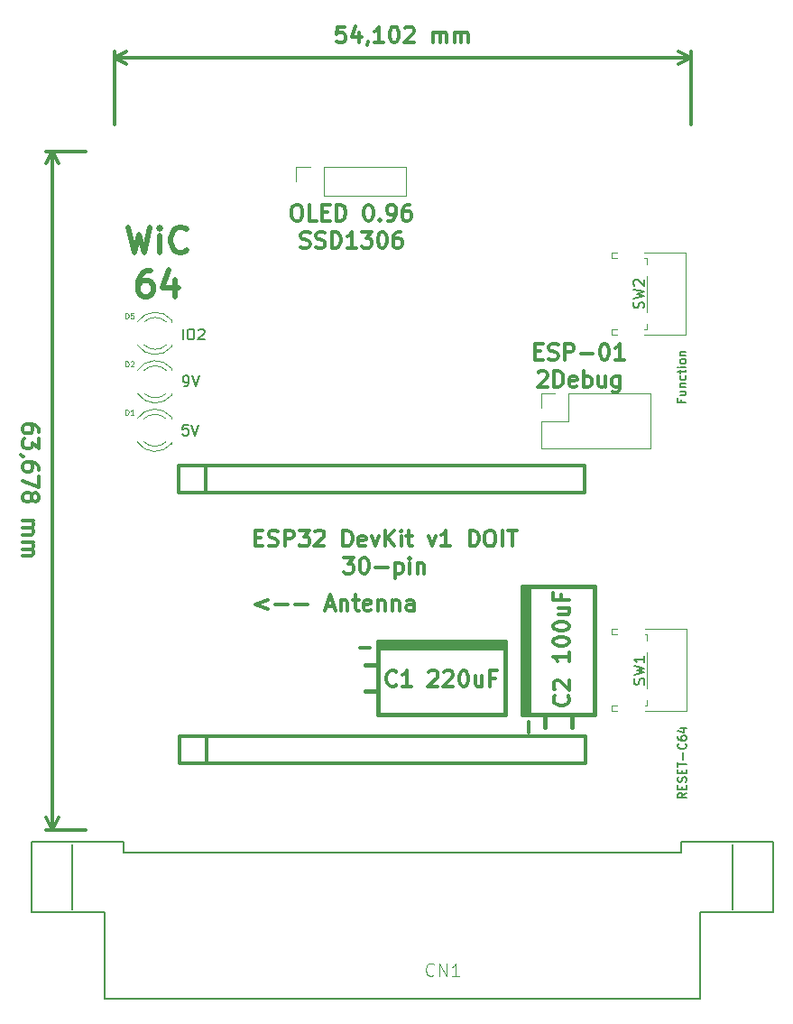
<source format=gto>
G04 #@! TF.GenerationSoftware,KiCad,Pcbnew,5.0.2+dfsg1-1*
G04 #@! TF.CreationDate,2021-03-27T14:43:42+01:00*
G04 #@! TF.ProjectId,WiC64_Plugin,57694336-345f-4506-9c75-67696e2e6b69,v0.6*
G04 #@! TF.SameCoordinates,Original*
G04 #@! TF.FileFunction,Legend,Top*
G04 #@! TF.FilePolarity,Positive*
%FSLAX46Y46*%
G04 Gerber Fmt 4.6, Leading zero omitted, Abs format (unit mm)*
G04 Created by KiCad (PCBNEW 5.0.2+dfsg1-1) date Sa 27 Mär 2021 14:43:42 CET*
%MOMM*%
%LPD*%
G01*
G04 APERTURE LIST*
%ADD10C,0.300000*%
%ADD11C,0.500000*%
%ADD12C,0.120000*%
%ADD13C,0.127000*%
%ADD14C,0.381000*%
%ADD15C,0.304800*%
%ADD16C,0.125000*%
%ADD17C,0.150000*%
%ADD18C,0.101600*%
G04 APERTURE END LIST*
D10*
X136690885Y-118321971D02*
X135548028Y-118750542D01*
X136690885Y-119179114D01*
X137405171Y-118750542D02*
X138548028Y-118750542D01*
X139262314Y-118750542D02*
X140405171Y-118750542D01*
X142190885Y-118893400D02*
X142905171Y-118893400D01*
X142048028Y-119321971D02*
X142548028Y-117821971D01*
X143048028Y-119321971D01*
X143548028Y-118321971D02*
X143548028Y-119321971D01*
X143548028Y-118464828D02*
X143619457Y-118393400D01*
X143762314Y-118321971D01*
X143976600Y-118321971D01*
X144119457Y-118393400D01*
X144190885Y-118536257D01*
X144190885Y-119321971D01*
X144690885Y-118321971D02*
X145262314Y-118321971D01*
X144905171Y-117821971D02*
X144905171Y-119107685D01*
X144976600Y-119250542D01*
X145119457Y-119321971D01*
X145262314Y-119321971D01*
X146333742Y-119250542D02*
X146190885Y-119321971D01*
X145905171Y-119321971D01*
X145762314Y-119250542D01*
X145690885Y-119107685D01*
X145690885Y-118536257D01*
X145762314Y-118393400D01*
X145905171Y-118321971D01*
X146190885Y-118321971D01*
X146333742Y-118393400D01*
X146405171Y-118536257D01*
X146405171Y-118679114D01*
X145690885Y-118821971D01*
X147048028Y-118321971D02*
X147048028Y-119321971D01*
X147048028Y-118464828D02*
X147119457Y-118393400D01*
X147262314Y-118321971D01*
X147476600Y-118321971D01*
X147619457Y-118393400D01*
X147690885Y-118536257D01*
X147690885Y-119321971D01*
X148405171Y-118321971D02*
X148405171Y-119321971D01*
X148405171Y-118464828D02*
X148476600Y-118393400D01*
X148619457Y-118321971D01*
X148833742Y-118321971D01*
X148976600Y-118393400D01*
X149048028Y-118536257D01*
X149048028Y-119321971D01*
X150405171Y-119321971D02*
X150405171Y-118536257D01*
X150333742Y-118393400D01*
X150190885Y-118321971D01*
X149905171Y-118321971D01*
X149762314Y-118393400D01*
X150405171Y-119250542D02*
X150262314Y-119321971D01*
X149905171Y-119321971D01*
X149762314Y-119250542D01*
X149690885Y-119107685D01*
X149690885Y-118964828D01*
X149762314Y-118821971D01*
X149905171Y-118750542D01*
X150262314Y-118750542D01*
X150405171Y-118679114D01*
X135497028Y-112486057D02*
X135997028Y-112486057D01*
X136211314Y-113271771D02*
X135497028Y-113271771D01*
X135497028Y-111771771D01*
X136211314Y-111771771D01*
X136782742Y-113200342D02*
X136997028Y-113271771D01*
X137354171Y-113271771D01*
X137497028Y-113200342D01*
X137568457Y-113128914D01*
X137639885Y-112986057D01*
X137639885Y-112843200D01*
X137568457Y-112700342D01*
X137497028Y-112628914D01*
X137354171Y-112557485D01*
X137068457Y-112486057D01*
X136925600Y-112414628D01*
X136854171Y-112343200D01*
X136782742Y-112200342D01*
X136782742Y-112057485D01*
X136854171Y-111914628D01*
X136925600Y-111843200D01*
X137068457Y-111771771D01*
X137425600Y-111771771D01*
X137639885Y-111843200D01*
X138282742Y-113271771D02*
X138282742Y-111771771D01*
X138854171Y-111771771D01*
X138997028Y-111843200D01*
X139068457Y-111914628D01*
X139139885Y-112057485D01*
X139139885Y-112271771D01*
X139068457Y-112414628D01*
X138997028Y-112486057D01*
X138854171Y-112557485D01*
X138282742Y-112557485D01*
X139639885Y-111771771D02*
X140568457Y-111771771D01*
X140068457Y-112343200D01*
X140282742Y-112343200D01*
X140425600Y-112414628D01*
X140497028Y-112486057D01*
X140568457Y-112628914D01*
X140568457Y-112986057D01*
X140497028Y-113128914D01*
X140425600Y-113200342D01*
X140282742Y-113271771D01*
X139854171Y-113271771D01*
X139711314Y-113200342D01*
X139639885Y-113128914D01*
X141139885Y-111914628D02*
X141211314Y-111843200D01*
X141354171Y-111771771D01*
X141711314Y-111771771D01*
X141854171Y-111843200D01*
X141925600Y-111914628D01*
X141997028Y-112057485D01*
X141997028Y-112200342D01*
X141925600Y-112414628D01*
X141068457Y-113271771D01*
X141997028Y-113271771D01*
X143782742Y-113271771D02*
X143782742Y-111771771D01*
X144139885Y-111771771D01*
X144354171Y-111843200D01*
X144497028Y-111986057D01*
X144568457Y-112128914D01*
X144639885Y-112414628D01*
X144639885Y-112628914D01*
X144568457Y-112914628D01*
X144497028Y-113057485D01*
X144354171Y-113200342D01*
X144139885Y-113271771D01*
X143782742Y-113271771D01*
X145854171Y-113200342D02*
X145711314Y-113271771D01*
X145425600Y-113271771D01*
X145282742Y-113200342D01*
X145211314Y-113057485D01*
X145211314Y-112486057D01*
X145282742Y-112343200D01*
X145425600Y-112271771D01*
X145711314Y-112271771D01*
X145854171Y-112343200D01*
X145925600Y-112486057D01*
X145925600Y-112628914D01*
X145211314Y-112771771D01*
X146425600Y-112271771D02*
X146782742Y-113271771D01*
X147139885Y-112271771D01*
X147711314Y-113271771D02*
X147711314Y-111771771D01*
X148568457Y-113271771D02*
X147925600Y-112414628D01*
X148568457Y-111771771D02*
X147711314Y-112628914D01*
X149211314Y-113271771D02*
X149211314Y-112271771D01*
X149211314Y-111771771D02*
X149139885Y-111843200D01*
X149211314Y-111914628D01*
X149282742Y-111843200D01*
X149211314Y-111771771D01*
X149211314Y-111914628D01*
X149711314Y-112271771D02*
X150282742Y-112271771D01*
X149925600Y-111771771D02*
X149925600Y-113057485D01*
X149997028Y-113200342D01*
X150139885Y-113271771D01*
X150282742Y-113271771D01*
X151782742Y-112271771D02*
X152139885Y-113271771D01*
X152497028Y-112271771D01*
X153854171Y-113271771D02*
X152997028Y-113271771D01*
X153425599Y-113271771D02*
X153425599Y-111771771D01*
X153282742Y-111986057D01*
X153139885Y-112128914D01*
X152997028Y-112200342D01*
X155639885Y-113271771D02*
X155639885Y-111771771D01*
X155997028Y-111771771D01*
X156211314Y-111843200D01*
X156354171Y-111986057D01*
X156425599Y-112128914D01*
X156497028Y-112414628D01*
X156497028Y-112628914D01*
X156425599Y-112914628D01*
X156354171Y-113057485D01*
X156211314Y-113200342D01*
X155997028Y-113271771D01*
X155639885Y-113271771D01*
X157425599Y-111771771D02*
X157711314Y-111771771D01*
X157854171Y-111843200D01*
X157997028Y-111986057D01*
X158068457Y-112271771D01*
X158068457Y-112771771D01*
X157997028Y-113057485D01*
X157854171Y-113200342D01*
X157711314Y-113271771D01*
X157425599Y-113271771D01*
X157282742Y-113200342D01*
X157139885Y-113057485D01*
X157068457Y-112771771D01*
X157068457Y-112271771D01*
X157139885Y-111986057D01*
X157282742Y-111843200D01*
X157425599Y-111771771D01*
X158711314Y-113271771D02*
X158711314Y-111771771D01*
X159211314Y-111771771D02*
X160068457Y-111771771D01*
X159639885Y-113271771D02*
X159639885Y-111771771D01*
X143818457Y-114321771D02*
X144747028Y-114321771D01*
X144247028Y-114893200D01*
X144461314Y-114893200D01*
X144604171Y-114964628D01*
X144675600Y-115036057D01*
X144747028Y-115178914D01*
X144747028Y-115536057D01*
X144675600Y-115678914D01*
X144604171Y-115750342D01*
X144461314Y-115821771D01*
X144032742Y-115821771D01*
X143889885Y-115750342D01*
X143818457Y-115678914D01*
X145675600Y-114321771D02*
X145818457Y-114321771D01*
X145961314Y-114393200D01*
X146032742Y-114464628D01*
X146104171Y-114607485D01*
X146175600Y-114893200D01*
X146175600Y-115250342D01*
X146104171Y-115536057D01*
X146032742Y-115678914D01*
X145961314Y-115750342D01*
X145818457Y-115821771D01*
X145675600Y-115821771D01*
X145532742Y-115750342D01*
X145461314Y-115678914D01*
X145389885Y-115536057D01*
X145318457Y-115250342D01*
X145318457Y-114893200D01*
X145389885Y-114607485D01*
X145461314Y-114464628D01*
X145532742Y-114393200D01*
X145675600Y-114321771D01*
X146818457Y-115250342D02*
X147961314Y-115250342D01*
X148675600Y-114821771D02*
X148675600Y-116321771D01*
X148675600Y-114893200D02*
X148818457Y-114821771D01*
X149104171Y-114821771D01*
X149247028Y-114893200D01*
X149318457Y-114964628D01*
X149389885Y-115107485D01*
X149389885Y-115536057D01*
X149318457Y-115678914D01*
X149247028Y-115750342D01*
X149104171Y-115821771D01*
X148818457Y-115821771D01*
X148675600Y-115750342D01*
X150032742Y-115821771D02*
X150032742Y-114821771D01*
X150032742Y-114321771D02*
X149961314Y-114393200D01*
X150032742Y-114464628D01*
X150104171Y-114393200D01*
X150032742Y-114321771D01*
X150032742Y-114464628D01*
X150747028Y-114821771D02*
X150747028Y-115821771D01*
X150747028Y-114964628D02*
X150818457Y-114893200D01*
X150961314Y-114821771D01*
X151175600Y-114821771D01*
X151318457Y-114893200D01*
X151389885Y-115036057D01*
X151389885Y-115821771D01*
X161795342Y-94985457D02*
X162295342Y-94985457D01*
X162509628Y-95771171D02*
X161795342Y-95771171D01*
X161795342Y-94271171D01*
X162509628Y-94271171D01*
X163081057Y-95699742D02*
X163295342Y-95771171D01*
X163652485Y-95771171D01*
X163795342Y-95699742D01*
X163866771Y-95628314D01*
X163938200Y-95485457D01*
X163938200Y-95342600D01*
X163866771Y-95199742D01*
X163795342Y-95128314D01*
X163652485Y-95056885D01*
X163366771Y-94985457D01*
X163223914Y-94914028D01*
X163152485Y-94842600D01*
X163081057Y-94699742D01*
X163081057Y-94556885D01*
X163152485Y-94414028D01*
X163223914Y-94342600D01*
X163366771Y-94271171D01*
X163723914Y-94271171D01*
X163938200Y-94342600D01*
X164581057Y-95771171D02*
X164581057Y-94271171D01*
X165152485Y-94271171D01*
X165295342Y-94342600D01*
X165366771Y-94414028D01*
X165438200Y-94556885D01*
X165438200Y-94771171D01*
X165366771Y-94914028D01*
X165295342Y-94985457D01*
X165152485Y-95056885D01*
X164581057Y-95056885D01*
X166081057Y-95199742D02*
X167223914Y-95199742D01*
X168223914Y-94271171D02*
X168366771Y-94271171D01*
X168509628Y-94342600D01*
X168581057Y-94414028D01*
X168652485Y-94556885D01*
X168723914Y-94842600D01*
X168723914Y-95199742D01*
X168652485Y-95485457D01*
X168581057Y-95628314D01*
X168509628Y-95699742D01*
X168366771Y-95771171D01*
X168223914Y-95771171D01*
X168081057Y-95699742D01*
X168009628Y-95628314D01*
X167938200Y-95485457D01*
X167866771Y-95199742D01*
X167866771Y-94842600D01*
X167938200Y-94556885D01*
X168009628Y-94414028D01*
X168081057Y-94342600D01*
X168223914Y-94271171D01*
X170152485Y-95771171D02*
X169295342Y-95771171D01*
X169723914Y-95771171D02*
X169723914Y-94271171D01*
X169581057Y-94485457D01*
X169438200Y-94628314D01*
X169295342Y-94699742D01*
X162081057Y-96964028D02*
X162152485Y-96892600D01*
X162295342Y-96821171D01*
X162652485Y-96821171D01*
X162795342Y-96892600D01*
X162866771Y-96964028D01*
X162938200Y-97106885D01*
X162938200Y-97249742D01*
X162866771Y-97464028D01*
X162009628Y-98321171D01*
X162938200Y-98321171D01*
X163581057Y-98321171D02*
X163581057Y-96821171D01*
X163938200Y-96821171D01*
X164152485Y-96892600D01*
X164295342Y-97035457D01*
X164366771Y-97178314D01*
X164438200Y-97464028D01*
X164438200Y-97678314D01*
X164366771Y-97964028D01*
X164295342Y-98106885D01*
X164152485Y-98249742D01*
X163938200Y-98321171D01*
X163581057Y-98321171D01*
X165652485Y-98249742D02*
X165509628Y-98321171D01*
X165223914Y-98321171D01*
X165081057Y-98249742D01*
X165009628Y-98106885D01*
X165009628Y-97535457D01*
X165081057Y-97392600D01*
X165223914Y-97321171D01*
X165509628Y-97321171D01*
X165652485Y-97392600D01*
X165723914Y-97535457D01*
X165723914Y-97678314D01*
X165009628Y-97821171D01*
X166366771Y-98321171D02*
X166366771Y-96821171D01*
X166366771Y-97392600D02*
X166509628Y-97321171D01*
X166795342Y-97321171D01*
X166938200Y-97392600D01*
X167009628Y-97464028D01*
X167081057Y-97606885D01*
X167081057Y-98035457D01*
X167009628Y-98178314D01*
X166938200Y-98249742D01*
X166795342Y-98321171D01*
X166509628Y-98321171D01*
X166366771Y-98249742D01*
X168366771Y-97321171D02*
X168366771Y-98321171D01*
X167723914Y-97321171D02*
X167723914Y-98106885D01*
X167795342Y-98249742D01*
X167938200Y-98321171D01*
X168152485Y-98321171D01*
X168295342Y-98249742D01*
X168366771Y-98178314D01*
X169723914Y-97321171D02*
X169723914Y-98535457D01*
X169652485Y-98678314D01*
X169581057Y-98749742D01*
X169438200Y-98821171D01*
X169223914Y-98821171D01*
X169081057Y-98749742D01*
X169723914Y-98249742D02*
X169581057Y-98321171D01*
X169295342Y-98321171D01*
X169152485Y-98249742D01*
X169081057Y-98178314D01*
X169009628Y-98035457D01*
X169009628Y-97606885D01*
X169081057Y-97464028D01*
X169152485Y-97392600D01*
X169295342Y-97321171D01*
X169581057Y-97321171D01*
X169723914Y-97392600D01*
X139301400Y-81215571D02*
X139587114Y-81215571D01*
X139729971Y-81287000D01*
X139872828Y-81429857D01*
X139944257Y-81715571D01*
X139944257Y-82215571D01*
X139872828Y-82501285D01*
X139729971Y-82644142D01*
X139587114Y-82715571D01*
X139301400Y-82715571D01*
X139158542Y-82644142D01*
X139015685Y-82501285D01*
X138944257Y-82215571D01*
X138944257Y-81715571D01*
X139015685Y-81429857D01*
X139158542Y-81287000D01*
X139301400Y-81215571D01*
X141301400Y-82715571D02*
X140587114Y-82715571D01*
X140587114Y-81215571D01*
X141801400Y-81929857D02*
X142301400Y-81929857D01*
X142515685Y-82715571D02*
X141801400Y-82715571D01*
X141801400Y-81215571D01*
X142515685Y-81215571D01*
X143158542Y-82715571D02*
X143158542Y-81215571D01*
X143515685Y-81215571D01*
X143729971Y-81287000D01*
X143872828Y-81429857D01*
X143944257Y-81572714D01*
X144015685Y-81858428D01*
X144015685Y-82072714D01*
X143944257Y-82358428D01*
X143872828Y-82501285D01*
X143729971Y-82644142D01*
X143515685Y-82715571D01*
X143158542Y-82715571D01*
X146087114Y-81215571D02*
X146229971Y-81215571D01*
X146372828Y-81287000D01*
X146444257Y-81358428D01*
X146515685Y-81501285D01*
X146587114Y-81787000D01*
X146587114Y-82144142D01*
X146515685Y-82429857D01*
X146444257Y-82572714D01*
X146372828Y-82644142D01*
X146229971Y-82715571D01*
X146087114Y-82715571D01*
X145944257Y-82644142D01*
X145872828Y-82572714D01*
X145801400Y-82429857D01*
X145729971Y-82144142D01*
X145729971Y-81787000D01*
X145801400Y-81501285D01*
X145872828Y-81358428D01*
X145944257Y-81287000D01*
X146087114Y-81215571D01*
X147229971Y-82572714D02*
X147301400Y-82644142D01*
X147229971Y-82715571D01*
X147158542Y-82644142D01*
X147229971Y-82572714D01*
X147229971Y-82715571D01*
X148015685Y-82715571D02*
X148301400Y-82715571D01*
X148444257Y-82644142D01*
X148515685Y-82572714D01*
X148658542Y-82358428D01*
X148729971Y-82072714D01*
X148729971Y-81501285D01*
X148658542Y-81358428D01*
X148587114Y-81287000D01*
X148444257Y-81215571D01*
X148158542Y-81215571D01*
X148015685Y-81287000D01*
X147944257Y-81358428D01*
X147872828Y-81501285D01*
X147872828Y-81858428D01*
X147944257Y-82001285D01*
X148015685Y-82072714D01*
X148158542Y-82144142D01*
X148444257Y-82144142D01*
X148587114Y-82072714D01*
X148658542Y-82001285D01*
X148729971Y-81858428D01*
X150015685Y-81215571D02*
X149729971Y-81215571D01*
X149587114Y-81287000D01*
X149515685Y-81358428D01*
X149372828Y-81572714D01*
X149301400Y-81858428D01*
X149301400Y-82429857D01*
X149372828Y-82572714D01*
X149444257Y-82644142D01*
X149587114Y-82715571D01*
X149872828Y-82715571D01*
X150015685Y-82644142D01*
X150087114Y-82572714D01*
X150158542Y-82429857D01*
X150158542Y-82072714D01*
X150087114Y-81929857D01*
X150015685Y-81858428D01*
X149872828Y-81787000D01*
X149587114Y-81787000D01*
X149444257Y-81858428D01*
X149372828Y-81929857D01*
X149301400Y-82072714D01*
X139801400Y-85194142D02*
X140015685Y-85265571D01*
X140372828Y-85265571D01*
X140515685Y-85194142D01*
X140587114Y-85122714D01*
X140658542Y-84979857D01*
X140658542Y-84837000D01*
X140587114Y-84694142D01*
X140515685Y-84622714D01*
X140372828Y-84551285D01*
X140087114Y-84479857D01*
X139944257Y-84408428D01*
X139872828Y-84337000D01*
X139801400Y-84194142D01*
X139801400Y-84051285D01*
X139872828Y-83908428D01*
X139944257Y-83837000D01*
X140087114Y-83765571D01*
X140444257Y-83765571D01*
X140658542Y-83837000D01*
X141229971Y-85194142D02*
X141444257Y-85265571D01*
X141801400Y-85265571D01*
X141944257Y-85194142D01*
X142015685Y-85122714D01*
X142087114Y-84979857D01*
X142087114Y-84837000D01*
X142015685Y-84694142D01*
X141944257Y-84622714D01*
X141801400Y-84551285D01*
X141515685Y-84479857D01*
X141372828Y-84408428D01*
X141301400Y-84337000D01*
X141229971Y-84194142D01*
X141229971Y-84051285D01*
X141301400Y-83908428D01*
X141372828Y-83837000D01*
X141515685Y-83765571D01*
X141872828Y-83765571D01*
X142087114Y-83837000D01*
X142729971Y-85265571D02*
X142729971Y-83765571D01*
X143087114Y-83765571D01*
X143301400Y-83837000D01*
X143444257Y-83979857D01*
X143515685Y-84122714D01*
X143587114Y-84408428D01*
X143587114Y-84622714D01*
X143515685Y-84908428D01*
X143444257Y-85051285D01*
X143301400Y-85194142D01*
X143087114Y-85265571D01*
X142729971Y-85265571D01*
X145015685Y-85265571D02*
X144158542Y-85265571D01*
X144587114Y-85265571D02*
X144587114Y-83765571D01*
X144444257Y-83979857D01*
X144301400Y-84122714D01*
X144158542Y-84194142D01*
X145515685Y-83765571D02*
X146444257Y-83765571D01*
X145944257Y-84337000D01*
X146158542Y-84337000D01*
X146301400Y-84408428D01*
X146372828Y-84479857D01*
X146444257Y-84622714D01*
X146444257Y-84979857D01*
X146372828Y-85122714D01*
X146301400Y-85194142D01*
X146158542Y-85265571D01*
X145729971Y-85265571D01*
X145587114Y-85194142D01*
X145515685Y-85122714D01*
X147372828Y-83765571D02*
X147515685Y-83765571D01*
X147658542Y-83837000D01*
X147729971Y-83908428D01*
X147801400Y-84051285D01*
X147872828Y-84337000D01*
X147872828Y-84694142D01*
X147801400Y-84979857D01*
X147729971Y-85122714D01*
X147658542Y-85194142D01*
X147515685Y-85265571D01*
X147372828Y-85265571D01*
X147229971Y-85194142D01*
X147158542Y-85122714D01*
X147087114Y-84979857D01*
X147015685Y-84694142D01*
X147015685Y-84337000D01*
X147087114Y-84051285D01*
X147158542Y-83908428D01*
X147229971Y-83837000D01*
X147372828Y-83765571D01*
X149158542Y-83765571D02*
X148872828Y-83765571D01*
X148729971Y-83837000D01*
X148658542Y-83908428D01*
X148515685Y-84122714D01*
X148444257Y-84408428D01*
X148444257Y-84979857D01*
X148515685Y-85122714D01*
X148587114Y-85194142D01*
X148729971Y-85265571D01*
X149015685Y-85265571D01*
X149158542Y-85194142D01*
X149229971Y-85122714D01*
X149301400Y-84979857D01*
X149301400Y-84622714D01*
X149229971Y-84479857D01*
X149158542Y-84408428D01*
X149015685Y-84337000D01*
X148729971Y-84337000D01*
X148587114Y-84408428D01*
X148515685Y-84479857D01*
X148444257Y-84622714D01*
X115205828Y-102538900D02*
X115205828Y-102253185D01*
X115134400Y-102110328D01*
X115062971Y-102038900D01*
X114848685Y-101896042D01*
X114562971Y-101824614D01*
X113991542Y-101824614D01*
X113848685Y-101896042D01*
X113777257Y-101967471D01*
X113705828Y-102110328D01*
X113705828Y-102396042D01*
X113777257Y-102538900D01*
X113848685Y-102610328D01*
X113991542Y-102681757D01*
X114348685Y-102681757D01*
X114491542Y-102610328D01*
X114562971Y-102538900D01*
X114634400Y-102396042D01*
X114634400Y-102110328D01*
X114562971Y-101967471D01*
X114491542Y-101896042D01*
X114348685Y-101824614D01*
X115205828Y-103181757D02*
X115205828Y-104110328D01*
X114634400Y-103610328D01*
X114634400Y-103824614D01*
X114562971Y-103967471D01*
X114491542Y-104038900D01*
X114348685Y-104110328D01*
X113991542Y-104110328D01*
X113848685Y-104038900D01*
X113777257Y-103967471D01*
X113705828Y-103824614D01*
X113705828Y-103396042D01*
X113777257Y-103253185D01*
X113848685Y-103181757D01*
X113777257Y-104824614D02*
X113705828Y-104824614D01*
X113562971Y-104753185D01*
X113491542Y-104681757D01*
X115205828Y-106110328D02*
X115205828Y-105824614D01*
X115134400Y-105681757D01*
X115062971Y-105610328D01*
X114848685Y-105467471D01*
X114562971Y-105396042D01*
X113991542Y-105396042D01*
X113848685Y-105467471D01*
X113777257Y-105538900D01*
X113705828Y-105681757D01*
X113705828Y-105967471D01*
X113777257Y-106110328D01*
X113848685Y-106181757D01*
X113991542Y-106253185D01*
X114348685Y-106253185D01*
X114491542Y-106181757D01*
X114562971Y-106110328D01*
X114634400Y-105967471D01*
X114634400Y-105681757D01*
X114562971Y-105538900D01*
X114491542Y-105467471D01*
X114348685Y-105396042D01*
X115205828Y-106753185D02*
X115205828Y-107753185D01*
X113705828Y-107110328D01*
X114562971Y-108538900D02*
X114634400Y-108396042D01*
X114705828Y-108324614D01*
X114848685Y-108253185D01*
X114920114Y-108253185D01*
X115062971Y-108324614D01*
X115134400Y-108396042D01*
X115205828Y-108538900D01*
X115205828Y-108824614D01*
X115134400Y-108967471D01*
X115062971Y-109038900D01*
X114920114Y-109110328D01*
X114848685Y-109110328D01*
X114705828Y-109038900D01*
X114634400Y-108967471D01*
X114562971Y-108824614D01*
X114562971Y-108538900D01*
X114491542Y-108396042D01*
X114420114Y-108324614D01*
X114277257Y-108253185D01*
X113991542Y-108253185D01*
X113848685Y-108324614D01*
X113777257Y-108396042D01*
X113705828Y-108538900D01*
X113705828Y-108824614D01*
X113777257Y-108967471D01*
X113848685Y-109038900D01*
X113991542Y-109110328D01*
X114277257Y-109110328D01*
X114420114Y-109038900D01*
X114491542Y-108967471D01*
X114562971Y-108824614D01*
X113705828Y-110896042D02*
X114705828Y-110896042D01*
X114562971Y-110896042D02*
X114634400Y-110967471D01*
X114705828Y-111110328D01*
X114705828Y-111324614D01*
X114634400Y-111467471D01*
X114491542Y-111538900D01*
X113705828Y-111538900D01*
X114491542Y-111538900D02*
X114634400Y-111610328D01*
X114705828Y-111753185D01*
X114705828Y-111967471D01*
X114634400Y-112110328D01*
X114491542Y-112181757D01*
X113705828Y-112181757D01*
X113705828Y-112896042D02*
X114705828Y-112896042D01*
X114562971Y-112896042D02*
X114634400Y-112967471D01*
X114705828Y-113110328D01*
X114705828Y-113324614D01*
X114634400Y-113467471D01*
X114491542Y-113538900D01*
X113705828Y-113538900D01*
X114491542Y-113538900D02*
X114634400Y-113610328D01*
X114705828Y-113753185D01*
X114705828Y-113967471D01*
X114634400Y-114110328D01*
X114491542Y-114181757D01*
X113705828Y-114181757D01*
X116484400Y-76200000D02*
X116484400Y-139877800D01*
X119634000Y-76200000D02*
X115897979Y-76200000D01*
X119634000Y-139877800D02*
X115897979Y-139877800D01*
X116484400Y-139877800D02*
X115897979Y-138751296D01*
X116484400Y-139877800D02*
X117070821Y-138751296D01*
X116484400Y-76200000D02*
X115897979Y-77326504D01*
X116484400Y-76200000D02*
X117070821Y-77326504D01*
X143923428Y-64515571D02*
X143209142Y-64515571D01*
X143137714Y-65229857D01*
X143209142Y-65158428D01*
X143352000Y-65087000D01*
X143709142Y-65087000D01*
X143852000Y-65158428D01*
X143923428Y-65229857D01*
X143994857Y-65372714D01*
X143994857Y-65729857D01*
X143923428Y-65872714D01*
X143852000Y-65944142D01*
X143709142Y-66015571D01*
X143352000Y-66015571D01*
X143209142Y-65944142D01*
X143137714Y-65872714D01*
X145280571Y-65015571D02*
X145280571Y-66015571D01*
X144923428Y-64444142D02*
X144566285Y-65515571D01*
X145494857Y-65515571D01*
X146137714Y-65944142D02*
X146137714Y-66015571D01*
X146066285Y-66158428D01*
X145994857Y-66229857D01*
X147566285Y-66015571D02*
X146709142Y-66015571D01*
X147137714Y-66015571D02*
X147137714Y-64515571D01*
X146994857Y-64729857D01*
X146852000Y-64872714D01*
X146709142Y-64944142D01*
X148494857Y-64515571D02*
X148637714Y-64515571D01*
X148780571Y-64587000D01*
X148852000Y-64658428D01*
X148923428Y-64801285D01*
X148994857Y-65087000D01*
X148994857Y-65444142D01*
X148923428Y-65729857D01*
X148852000Y-65872714D01*
X148780571Y-65944142D01*
X148637714Y-66015571D01*
X148494857Y-66015571D01*
X148352000Y-65944142D01*
X148280571Y-65872714D01*
X148209142Y-65729857D01*
X148137714Y-65444142D01*
X148137714Y-65087000D01*
X148209142Y-64801285D01*
X148280571Y-64658428D01*
X148352000Y-64587000D01*
X148494857Y-64515571D01*
X149566285Y-64658428D02*
X149637714Y-64587000D01*
X149780571Y-64515571D01*
X150137714Y-64515571D01*
X150280571Y-64587000D01*
X150352000Y-64658428D01*
X150423428Y-64801285D01*
X150423428Y-64944142D01*
X150352000Y-65158428D01*
X149494857Y-66015571D01*
X150423428Y-66015571D01*
X152209142Y-66015571D02*
X152209142Y-65015571D01*
X152209142Y-65158428D02*
X152280571Y-65087000D01*
X152423428Y-65015571D01*
X152637714Y-65015571D01*
X152780571Y-65087000D01*
X152852000Y-65229857D01*
X152852000Y-66015571D01*
X152852000Y-65229857D02*
X152923428Y-65087000D01*
X153066285Y-65015571D01*
X153280571Y-65015571D01*
X153423428Y-65087000D01*
X153494857Y-65229857D01*
X153494857Y-66015571D01*
X154209142Y-66015571D02*
X154209142Y-65015571D01*
X154209142Y-65158428D02*
X154280571Y-65087000D01*
X154423428Y-65015571D01*
X154637714Y-65015571D01*
X154780571Y-65087000D01*
X154852000Y-65229857D01*
X154852000Y-66015571D01*
X154852000Y-65229857D02*
X154923428Y-65087000D01*
X155066285Y-65015571D01*
X155280571Y-65015571D01*
X155423428Y-65087000D01*
X155494857Y-65229857D01*
X155494857Y-66015571D01*
X122301000Y-67437000D02*
X176403000Y-67437000D01*
X122301000Y-73660000D02*
X122301000Y-66850579D01*
X176403000Y-73660000D02*
X176403000Y-66850579D01*
X176403000Y-67437000D02*
X175276496Y-68023421D01*
X176403000Y-67437000D02*
X175276496Y-66850579D01*
X122301000Y-67437000D02*
X123427504Y-68023421D01*
X122301000Y-67437000D02*
X123427504Y-66850579D01*
D11*
X123590400Y-83325914D02*
X124161828Y-85725914D01*
X124618971Y-84011628D01*
X125076114Y-85725914D01*
X125647542Y-83325914D01*
X126561828Y-85725914D02*
X126561828Y-84125914D01*
X126561828Y-83325914D02*
X126447542Y-83440200D01*
X126561828Y-83554485D01*
X126676114Y-83440200D01*
X126561828Y-83325914D01*
X126561828Y-83554485D01*
X129076114Y-85497342D02*
X128961828Y-85611628D01*
X128618971Y-85725914D01*
X128390400Y-85725914D01*
X128047542Y-85611628D01*
X127818971Y-85383057D01*
X127704685Y-85154485D01*
X127590400Y-84697342D01*
X127590400Y-84354485D01*
X127704685Y-83897342D01*
X127818971Y-83668771D01*
X128047542Y-83440200D01*
X128390400Y-83325914D01*
X128618971Y-83325914D01*
X128961828Y-83440200D01*
X129076114Y-83554485D01*
X125704685Y-87425914D02*
X125247542Y-87425914D01*
X125018971Y-87540200D01*
X124904685Y-87654485D01*
X124676114Y-87997342D01*
X124561828Y-88454485D01*
X124561828Y-89368771D01*
X124676114Y-89597342D01*
X124790400Y-89711628D01*
X125018971Y-89825914D01*
X125476114Y-89825914D01*
X125704685Y-89711628D01*
X125818971Y-89597342D01*
X125933257Y-89368771D01*
X125933257Y-88797342D01*
X125818971Y-88568771D01*
X125704685Y-88454485D01*
X125476114Y-88340200D01*
X125018971Y-88340200D01*
X124790400Y-88454485D01*
X124676114Y-88568771D01*
X124561828Y-88797342D01*
X127990400Y-88225914D02*
X127990400Y-89825914D01*
X127418971Y-87311628D02*
X126847542Y-89025914D01*
X128333257Y-89025914D01*
D12*
G04 #@! TO.C,D2*
X124464065Y-98919408D02*
G75*
G03X127696400Y-99076316I1672335J1078608D01*
G01*
X124464065Y-96762192D02*
G75*
G02X127696400Y-96605284I1672335J-1078608D01*
G01*
X125095270Y-98920637D02*
G75*
G03X127177361Y-98920800I1041130J1079837D01*
G01*
X125095270Y-96760963D02*
G75*
G02X127177361Y-96760800I1041130J-1079837D01*
G01*
X127696400Y-99076800D02*
X127696400Y-98920800D01*
X127696400Y-96760800D02*
X127696400Y-96604800D01*
G04 #@! TO.C,D1*
X127671000Y-101307400D02*
X127671000Y-101151400D01*
X127671000Y-103623400D02*
X127671000Y-103467400D01*
X125069870Y-101307563D02*
G75*
G02X127151961Y-101307400I1041130J-1079837D01*
G01*
X125069870Y-103467237D02*
G75*
G03X127151961Y-103467400I1041130J1079837D01*
G01*
X124438665Y-101308792D02*
G75*
G02X127671000Y-101151884I1672335J-1078608D01*
G01*
X124438665Y-103466008D02*
G75*
G03X127671000Y-103622916I1672335J1078608D01*
G01*
D13*
G04 #@! TO.C,CN1*
X184150000Y-141020800D02*
X184150000Y-147624800D01*
X175514000Y-142036800D02*
X123190000Y-142036800D01*
X184150000Y-141020800D02*
X175514000Y-141020800D01*
X175514000Y-141020800D02*
X175514000Y-142036800D01*
X114554000Y-141020800D02*
X114554000Y-147624800D01*
X114554000Y-141020800D02*
X123190000Y-141020800D01*
X123190000Y-141020800D02*
X123190000Y-142036800D01*
X177292000Y-155752800D02*
X121412000Y-155752800D01*
X121412000Y-155752800D02*
X121412000Y-147624800D01*
X121412000Y-147624800D02*
X114554000Y-147624800D01*
X177292000Y-155752800D02*
X177292000Y-147624800D01*
X177292000Y-147624800D02*
X184150000Y-147624800D01*
X180340000Y-141274800D02*
X180340000Y-147370800D01*
X118364000Y-141274800D02*
X118364000Y-147370800D01*
D10*
G04 #@! TO.C,C1*
X145323800Y-122828400D02*
X146323800Y-122828400D01*
D14*
X159023800Y-122228400D02*
X159023800Y-129028400D01*
X159023800Y-129028400D02*
X147023800Y-129028400D01*
X147023800Y-129028400D02*
X147023800Y-122228400D01*
X147023800Y-122528400D02*
X159023800Y-122528400D01*
X159023800Y-122228400D02*
X147023800Y-122228400D01*
X145823800Y-124378400D02*
X147023800Y-124378400D01*
X145823800Y-126878400D02*
X147023800Y-126878400D01*
X147023800Y-122828400D02*
X159023800Y-122828400D01*
D10*
G04 #@! TO.C,C2*
X161157000Y-130748800D02*
X161157000Y-129748800D01*
D14*
X160557000Y-117048800D02*
X167357000Y-117048800D01*
X167357000Y-117048800D02*
X167357000Y-129048800D01*
X167357000Y-129048800D02*
X160557000Y-129048800D01*
X160857000Y-129048800D02*
X160857000Y-117048800D01*
X160557000Y-117048800D02*
X160557000Y-129048800D01*
X162707000Y-130248800D02*
X162707000Y-129048800D01*
X165207000Y-130248800D02*
X165207000Y-129048800D01*
X161157000Y-129048800D02*
X161157000Y-117048800D01*
D12*
G04 #@! TO.C,SW1*
X172308800Y-121566600D02*
X172078800Y-121566600D01*
X175978800Y-121046600D02*
X175978800Y-128766600D01*
X175978800Y-128766600D02*
X172078800Y-128766600D01*
X168968800Y-121046600D02*
X168968800Y-121566600D01*
X175978800Y-121046600D02*
X172078800Y-121046600D01*
X172308800Y-128246600D02*
X172078800Y-128246600D01*
X169478800Y-121566600D02*
X168968800Y-121566600D01*
X169478800Y-121046600D02*
X168968800Y-121046600D01*
X172308800Y-127706600D02*
X172308800Y-128246600D01*
X169478800Y-128246600D02*
X168968800Y-128246600D01*
X168968800Y-128246600D02*
X168968800Y-128766600D01*
X169478800Y-128766600D02*
X168968800Y-128766600D01*
X172308800Y-121566600D02*
X172308800Y-122106600D01*
X172308800Y-123206600D02*
X172308800Y-126606600D01*
G04 #@! TO.C,SW2*
X172283400Y-86235200D02*
X172053400Y-86235200D01*
X175953400Y-85715200D02*
X175953400Y-93435200D01*
X175953400Y-93435200D02*
X172053400Y-93435200D01*
X168943400Y-85715200D02*
X168943400Y-86235200D01*
X175953400Y-85715200D02*
X172053400Y-85715200D01*
X172283400Y-92915200D02*
X172053400Y-92915200D01*
X169453400Y-86235200D02*
X168943400Y-86235200D01*
X169453400Y-85715200D02*
X168943400Y-85715200D01*
X172283400Y-92375200D02*
X172283400Y-92915200D01*
X169453400Y-92915200D02*
X168943400Y-92915200D01*
X168943400Y-92915200D02*
X168943400Y-93435200D01*
X169453400Y-93435200D02*
X168943400Y-93435200D01*
X172283400Y-86235200D02*
X172283400Y-86775200D01*
X172283400Y-87875200D02*
X172283400Y-91275200D01*
G04 #@! TO.C,D5*
X124464065Y-94372808D02*
G75*
G03X127696400Y-94529716I1672335J1078608D01*
G01*
X124464065Y-92215592D02*
G75*
G02X127696400Y-92058684I1672335J-1078608D01*
G01*
X125095270Y-94374037D02*
G75*
G03X127177361Y-94374200I1041130J1079837D01*
G01*
X125095270Y-92214363D02*
G75*
G02X127177361Y-92214200I1041130J-1079837D01*
G01*
X127696400Y-94530200D02*
X127696400Y-94374200D01*
X127696400Y-92214200D02*
X127696400Y-92058200D01*
G04 #@! TO.C,XBrd1*
X141972800Y-80341200D02*
X141972800Y-77681200D01*
X141972800Y-80341200D02*
X149652800Y-80341200D01*
X149652800Y-80341200D02*
X149652800Y-77681200D01*
X141972800Y-77681200D02*
X149652800Y-77681200D01*
X139372800Y-77681200D02*
X140702800Y-77681200D01*
X139372800Y-79011200D02*
X139372800Y-77681200D01*
G04 #@! TO.C,XU2*
X162347600Y-104123800D02*
X162347600Y-101523800D01*
X162347600Y-104123800D02*
X172627600Y-104123800D01*
X172627600Y-104123800D02*
X172627600Y-98923800D01*
X164947600Y-98923800D02*
X172627600Y-98923800D01*
X164947600Y-101523800D02*
X164947600Y-98923800D01*
X162347600Y-101523800D02*
X164947600Y-101523800D01*
X162347600Y-98923800D02*
X163677600Y-98923800D01*
X162347600Y-100253800D02*
X162347600Y-98923800D01*
D15*
G04 #@! TO.C,XU1-1*
X166497000Y-133604000D02*
X128397000Y-133604000D01*
X128397000Y-131064000D02*
X166497000Y-131064000D01*
X166497000Y-131064000D02*
X166497000Y-133604000D01*
X130937000Y-131064000D02*
X130937000Y-133604000D01*
X128397000Y-133604000D02*
X128397000Y-131064000D01*
G04 #@! TO.C,XU1-2*
X166471600Y-108204000D02*
X128371600Y-108204000D01*
X128371600Y-105664000D02*
X166471600Y-105664000D01*
X166471600Y-105664000D02*
X166471600Y-108204000D01*
X130911600Y-105664000D02*
X130911600Y-108204000D01*
X128371600Y-108204000D02*
X128371600Y-105664000D01*
G04 #@! TO.C,D2*
D16*
X123354352Y-96415990D02*
X123354352Y-95915990D01*
X123473400Y-95915990D01*
X123544828Y-95939800D01*
X123592447Y-95987419D01*
X123616257Y-96035038D01*
X123640066Y-96130276D01*
X123640066Y-96201704D01*
X123616257Y-96296942D01*
X123592447Y-96344561D01*
X123544828Y-96392180D01*
X123473400Y-96415990D01*
X123354352Y-96415990D01*
X123830542Y-95963609D02*
X123854352Y-95939800D01*
X123901971Y-95915990D01*
X124021019Y-95915990D01*
X124068638Y-95939800D01*
X124092447Y-95963609D01*
X124116257Y-96011228D01*
X124116257Y-96058847D01*
X124092447Y-96130276D01*
X123806733Y-96415990D01*
X124116257Y-96415990D01*
D17*
X128819352Y-98267780D02*
X129009828Y-98267780D01*
X129105066Y-98220161D01*
X129152685Y-98172542D01*
X129247923Y-98029685D01*
X129295542Y-97839209D01*
X129295542Y-97458257D01*
X129247923Y-97363019D01*
X129200304Y-97315400D01*
X129105066Y-97267780D01*
X128914590Y-97267780D01*
X128819352Y-97315400D01*
X128771733Y-97363019D01*
X128724114Y-97458257D01*
X128724114Y-97696352D01*
X128771733Y-97791590D01*
X128819352Y-97839209D01*
X128914590Y-97886828D01*
X129105066Y-97886828D01*
X129200304Y-97839209D01*
X129247923Y-97791590D01*
X129295542Y-97696352D01*
X129581257Y-97267780D02*
X129914590Y-98267780D01*
X130247923Y-97267780D01*
G04 #@! TO.C,D1*
D16*
X123354352Y-100937190D02*
X123354352Y-100437190D01*
X123473400Y-100437190D01*
X123544828Y-100461000D01*
X123592447Y-100508619D01*
X123616257Y-100556238D01*
X123640066Y-100651476D01*
X123640066Y-100722904D01*
X123616257Y-100818142D01*
X123592447Y-100865761D01*
X123544828Y-100913380D01*
X123473400Y-100937190D01*
X123354352Y-100937190D01*
X124116257Y-100937190D02*
X123830542Y-100937190D01*
X123973400Y-100937190D02*
X123973400Y-100437190D01*
X123925780Y-100508619D01*
X123878161Y-100556238D01*
X123830542Y-100580047D01*
D17*
X129222523Y-101865180D02*
X128746333Y-101865180D01*
X128698714Y-102341371D01*
X128746333Y-102293752D01*
X128841571Y-102246133D01*
X129079666Y-102246133D01*
X129174904Y-102293752D01*
X129222523Y-102341371D01*
X129270142Y-102436609D01*
X129270142Y-102674704D01*
X129222523Y-102769942D01*
X129174904Y-102817561D01*
X129079666Y-102865180D01*
X128841571Y-102865180D01*
X128746333Y-102817561D01*
X128698714Y-102769942D01*
X129555857Y-101865180D02*
X129889190Y-102865180D01*
X130222523Y-101865180D01*
G04 #@! TO.C,CN1*
D18*
X152281950Y-153484942D02*
X152224498Y-153542395D01*
X152052140Y-153599847D01*
X151937236Y-153599847D01*
X151764879Y-153542395D01*
X151649974Y-153427490D01*
X151592521Y-153312585D01*
X151535069Y-153082776D01*
X151535069Y-152910419D01*
X151592521Y-152680609D01*
X151649974Y-152565704D01*
X151764879Y-152450800D01*
X151937236Y-152393347D01*
X152052140Y-152393347D01*
X152224498Y-152450800D01*
X152281950Y-152508252D01*
X152799021Y-153599847D02*
X152799021Y-152393347D01*
X153488450Y-153599847D01*
X153488450Y-152393347D01*
X154694950Y-153599847D02*
X154005521Y-153599847D01*
X154350236Y-153599847D02*
X154350236Y-152393347D01*
X154235331Y-152565704D01*
X154120426Y-152680609D01*
X154005521Y-152738061D01*
G04 #@! TO.C,C1*
D10*
X148771800Y-126291114D02*
X148700371Y-126362542D01*
X148486085Y-126433971D01*
X148343228Y-126433971D01*
X148128942Y-126362542D01*
X147986085Y-126219685D01*
X147914657Y-126076828D01*
X147843228Y-125791114D01*
X147843228Y-125576828D01*
X147914657Y-125291114D01*
X147986085Y-125148257D01*
X148128942Y-125005400D01*
X148343228Y-124933971D01*
X148486085Y-124933971D01*
X148700371Y-125005400D01*
X148771800Y-125076828D01*
X150200371Y-126433971D02*
X149343228Y-126433971D01*
X149771800Y-126433971D02*
X149771800Y-124933971D01*
X149628942Y-125148257D01*
X149486085Y-125291114D01*
X149343228Y-125362542D01*
X151812228Y-125076828D02*
X151883657Y-125005400D01*
X152026514Y-124933971D01*
X152383657Y-124933971D01*
X152526514Y-125005400D01*
X152597942Y-125076828D01*
X152669371Y-125219685D01*
X152669371Y-125362542D01*
X152597942Y-125576828D01*
X151740800Y-126433971D01*
X152669371Y-126433971D01*
X153240800Y-125076828D02*
X153312228Y-125005400D01*
X153455085Y-124933971D01*
X153812228Y-124933971D01*
X153955085Y-125005400D01*
X154026514Y-125076828D01*
X154097942Y-125219685D01*
X154097942Y-125362542D01*
X154026514Y-125576828D01*
X153169371Y-126433971D01*
X154097942Y-126433971D01*
X155026514Y-124933971D02*
X155169371Y-124933971D01*
X155312228Y-125005400D01*
X155383657Y-125076828D01*
X155455085Y-125219685D01*
X155526514Y-125505400D01*
X155526514Y-125862542D01*
X155455085Y-126148257D01*
X155383657Y-126291114D01*
X155312228Y-126362542D01*
X155169371Y-126433971D01*
X155026514Y-126433971D01*
X154883657Y-126362542D01*
X154812228Y-126291114D01*
X154740800Y-126148257D01*
X154669371Y-125862542D01*
X154669371Y-125505400D01*
X154740800Y-125219685D01*
X154812228Y-125076828D01*
X154883657Y-125005400D01*
X155026514Y-124933971D01*
X156812228Y-125433971D02*
X156812228Y-126433971D01*
X156169371Y-125433971D02*
X156169371Y-126219685D01*
X156240800Y-126362542D01*
X156383657Y-126433971D01*
X156597942Y-126433971D01*
X156740800Y-126362542D01*
X156812228Y-126291114D01*
X158026514Y-125648257D02*
X157526514Y-125648257D01*
X157526514Y-126433971D02*
X157526514Y-124933971D01*
X158240800Y-124933971D01*
G04 #@! TO.C,C2*
X164873714Y-127300800D02*
X164945142Y-127372228D01*
X165016571Y-127586514D01*
X165016571Y-127729371D01*
X164945142Y-127943657D01*
X164802285Y-128086514D01*
X164659428Y-128157942D01*
X164373714Y-128229371D01*
X164159428Y-128229371D01*
X163873714Y-128157942D01*
X163730857Y-128086514D01*
X163588000Y-127943657D01*
X163516571Y-127729371D01*
X163516571Y-127586514D01*
X163588000Y-127372228D01*
X163659428Y-127300800D01*
X163659428Y-126729371D02*
X163588000Y-126657942D01*
X163516571Y-126515085D01*
X163516571Y-126157942D01*
X163588000Y-126015085D01*
X163659428Y-125943657D01*
X163802285Y-125872228D01*
X163945142Y-125872228D01*
X164159428Y-125943657D01*
X165016571Y-126800800D01*
X165016571Y-125872228D01*
X164991171Y-123200028D02*
X164991171Y-124057171D01*
X164991171Y-123628600D02*
X163491171Y-123628600D01*
X163705457Y-123771457D01*
X163848314Y-123914314D01*
X163919742Y-124057171D01*
X163491171Y-122271457D02*
X163491171Y-122128600D01*
X163562600Y-121985742D01*
X163634028Y-121914314D01*
X163776885Y-121842885D01*
X164062600Y-121771457D01*
X164419742Y-121771457D01*
X164705457Y-121842885D01*
X164848314Y-121914314D01*
X164919742Y-121985742D01*
X164991171Y-122128600D01*
X164991171Y-122271457D01*
X164919742Y-122414314D01*
X164848314Y-122485742D01*
X164705457Y-122557171D01*
X164419742Y-122628600D01*
X164062600Y-122628600D01*
X163776885Y-122557171D01*
X163634028Y-122485742D01*
X163562600Y-122414314D01*
X163491171Y-122271457D01*
X163491171Y-120842885D02*
X163491171Y-120700028D01*
X163562600Y-120557171D01*
X163634028Y-120485742D01*
X163776885Y-120414314D01*
X164062600Y-120342885D01*
X164419742Y-120342885D01*
X164705457Y-120414314D01*
X164848314Y-120485742D01*
X164919742Y-120557171D01*
X164991171Y-120700028D01*
X164991171Y-120842885D01*
X164919742Y-120985742D01*
X164848314Y-121057171D01*
X164705457Y-121128600D01*
X164419742Y-121200028D01*
X164062600Y-121200028D01*
X163776885Y-121128600D01*
X163634028Y-121057171D01*
X163562600Y-120985742D01*
X163491171Y-120842885D01*
X163991171Y-119057171D02*
X164991171Y-119057171D01*
X163991171Y-119700028D02*
X164776885Y-119700028D01*
X164919742Y-119628600D01*
X164991171Y-119485742D01*
X164991171Y-119271457D01*
X164919742Y-119128600D01*
X164848314Y-119057171D01*
X164205457Y-117842885D02*
X164205457Y-118342885D01*
X164991171Y-118342885D02*
X163491171Y-118342885D01*
X163491171Y-117628600D01*
G04 #@! TO.C,SW1*
D17*
X172003561Y-126239933D02*
X172051180Y-126097076D01*
X172051180Y-125858980D01*
X172003561Y-125763742D01*
X171955942Y-125716123D01*
X171860704Y-125668504D01*
X171765466Y-125668504D01*
X171670228Y-125716123D01*
X171622609Y-125763742D01*
X171574990Y-125858980D01*
X171527371Y-126049457D01*
X171479752Y-126144695D01*
X171432133Y-126192314D01*
X171336895Y-126239933D01*
X171241657Y-126239933D01*
X171146419Y-126192314D01*
X171098800Y-126144695D01*
X171051180Y-126049457D01*
X171051180Y-125811361D01*
X171098800Y-125668504D01*
X171051180Y-125335171D02*
X172051180Y-125097076D01*
X171336895Y-124906600D01*
X172051180Y-124716123D01*
X171051180Y-124478028D01*
X172051180Y-123573266D02*
X172051180Y-124144695D01*
X172051180Y-123858980D02*
X171051180Y-123858980D01*
X171194038Y-123954219D01*
X171289276Y-124049457D01*
X171336895Y-124144695D01*
X175977504Y-136423047D02*
X175596552Y-136689714D01*
X175977504Y-136880190D02*
X175177504Y-136880190D01*
X175177504Y-136575428D01*
X175215600Y-136499238D01*
X175253695Y-136461142D01*
X175329885Y-136423047D01*
X175444171Y-136423047D01*
X175520361Y-136461142D01*
X175558457Y-136499238D01*
X175596552Y-136575428D01*
X175596552Y-136880190D01*
X175558457Y-136080190D02*
X175558457Y-135813523D01*
X175977504Y-135699238D02*
X175977504Y-136080190D01*
X175177504Y-136080190D01*
X175177504Y-135699238D01*
X175939409Y-135394476D02*
X175977504Y-135280190D01*
X175977504Y-135089714D01*
X175939409Y-135013523D01*
X175901314Y-134975428D01*
X175825123Y-134937333D01*
X175748933Y-134937333D01*
X175672742Y-134975428D01*
X175634647Y-135013523D01*
X175596552Y-135089714D01*
X175558457Y-135242095D01*
X175520361Y-135318285D01*
X175482266Y-135356380D01*
X175406076Y-135394476D01*
X175329885Y-135394476D01*
X175253695Y-135356380D01*
X175215600Y-135318285D01*
X175177504Y-135242095D01*
X175177504Y-135051619D01*
X175215600Y-134937333D01*
X175558457Y-134594476D02*
X175558457Y-134327809D01*
X175977504Y-134213523D02*
X175977504Y-134594476D01*
X175177504Y-134594476D01*
X175177504Y-134213523D01*
X175177504Y-133984952D02*
X175177504Y-133527809D01*
X175977504Y-133756380D02*
X175177504Y-133756380D01*
X175672742Y-133261142D02*
X175672742Y-132651619D01*
X175901314Y-131813523D02*
X175939409Y-131851619D01*
X175977504Y-131965904D01*
X175977504Y-132042095D01*
X175939409Y-132156380D01*
X175863219Y-132232571D01*
X175787028Y-132270666D01*
X175634647Y-132308761D01*
X175520361Y-132308761D01*
X175367980Y-132270666D01*
X175291790Y-132232571D01*
X175215600Y-132156380D01*
X175177504Y-132042095D01*
X175177504Y-131965904D01*
X175215600Y-131851619D01*
X175253695Y-131813523D01*
X175177504Y-131127809D02*
X175177504Y-131280190D01*
X175215600Y-131356380D01*
X175253695Y-131394476D01*
X175367980Y-131470666D01*
X175520361Y-131508761D01*
X175825123Y-131508761D01*
X175901314Y-131470666D01*
X175939409Y-131432571D01*
X175977504Y-131356380D01*
X175977504Y-131204000D01*
X175939409Y-131127809D01*
X175901314Y-131089714D01*
X175825123Y-131051619D01*
X175634647Y-131051619D01*
X175558457Y-131089714D01*
X175520361Y-131127809D01*
X175482266Y-131204000D01*
X175482266Y-131356380D01*
X175520361Y-131432571D01*
X175558457Y-131470666D01*
X175634647Y-131508761D01*
X175444171Y-130365904D02*
X175977504Y-130365904D01*
X175139409Y-130556380D02*
X175710838Y-130746857D01*
X175710838Y-130251619D01*
G04 #@! TO.C,SW2*
X171978161Y-90908533D02*
X172025780Y-90765676D01*
X172025780Y-90527580D01*
X171978161Y-90432342D01*
X171930542Y-90384723D01*
X171835304Y-90337104D01*
X171740066Y-90337104D01*
X171644828Y-90384723D01*
X171597209Y-90432342D01*
X171549590Y-90527580D01*
X171501971Y-90718057D01*
X171454352Y-90813295D01*
X171406733Y-90860914D01*
X171311495Y-90908533D01*
X171216257Y-90908533D01*
X171121019Y-90860914D01*
X171073400Y-90813295D01*
X171025780Y-90718057D01*
X171025780Y-90479961D01*
X171073400Y-90337104D01*
X171025780Y-90003771D02*
X172025780Y-89765676D01*
X171311495Y-89575200D01*
X172025780Y-89384723D01*
X171025780Y-89146628D01*
X171121019Y-88813295D02*
X171073400Y-88765676D01*
X171025780Y-88670438D01*
X171025780Y-88432342D01*
X171073400Y-88337104D01*
X171121019Y-88289485D01*
X171216257Y-88241866D01*
X171311495Y-88241866D01*
X171454352Y-88289485D01*
X172025780Y-88860914D01*
X172025780Y-88241866D01*
X175507657Y-99478838D02*
X175507657Y-99745504D01*
X175926704Y-99745504D02*
X175126704Y-99745504D01*
X175126704Y-99364552D01*
X175393371Y-98716933D02*
X175926704Y-98716933D01*
X175393371Y-99059790D02*
X175812419Y-99059790D01*
X175888609Y-99021695D01*
X175926704Y-98945504D01*
X175926704Y-98831219D01*
X175888609Y-98755028D01*
X175850514Y-98716933D01*
X175393371Y-98335980D02*
X175926704Y-98335980D01*
X175469561Y-98335980D02*
X175431466Y-98297885D01*
X175393371Y-98221695D01*
X175393371Y-98107409D01*
X175431466Y-98031219D01*
X175507657Y-97993123D01*
X175926704Y-97993123D01*
X175888609Y-97269314D02*
X175926704Y-97345504D01*
X175926704Y-97497885D01*
X175888609Y-97574076D01*
X175850514Y-97612171D01*
X175774323Y-97650266D01*
X175545752Y-97650266D01*
X175469561Y-97612171D01*
X175431466Y-97574076D01*
X175393371Y-97497885D01*
X175393371Y-97345504D01*
X175431466Y-97269314D01*
X175393371Y-97040742D02*
X175393371Y-96735980D01*
X175126704Y-96926457D02*
X175812419Y-96926457D01*
X175888609Y-96888361D01*
X175926704Y-96812171D01*
X175926704Y-96735980D01*
X175926704Y-96469314D02*
X175393371Y-96469314D01*
X175126704Y-96469314D02*
X175164800Y-96507409D01*
X175202895Y-96469314D01*
X175164800Y-96431219D01*
X175126704Y-96469314D01*
X175202895Y-96469314D01*
X175926704Y-95974076D02*
X175888609Y-96050266D01*
X175850514Y-96088361D01*
X175774323Y-96126457D01*
X175545752Y-96126457D01*
X175469561Y-96088361D01*
X175431466Y-96050266D01*
X175393371Y-95974076D01*
X175393371Y-95859790D01*
X175431466Y-95783600D01*
X175469561Y-95745504D01*
X175545752Y-95707409D01*
X175774323Y-95707409D01*
X175850514Y-95745504D01*
X175888609Y-95783600D01*
X175926704Y-95859790D01*
X175926704Y-95974076D01*
X175393371Y-95364552D02*
X175926704Y-95364552D01*
X175469561Y-95364552D02*
X175431466Y-95326457D01*
X175393371Y-95250266D01*
X175393371Y-95135980D01*
X175431466Y-95059790D01*
X175507657Y-95021695D01*
X175926704Y-95021695D01*
G04 #@! TO.C,D5*
D16*
X123354352Y-91894790D02*
X123354352Y-91394790D01*
X123473400Y-91394790D01*
X123544828Y-91418600D01*
X123592447Y-91466219D01*
X123616257Y-91513838D01*
X123640066Y-91609076D01*
X123640066Y-91680504D01*
X123616257Y-91775742D01*
X123592447Y-91823361D01*
X123544828Y-91870980D01*
X123473400Y-91894790D01*
X123354352Y-91894790D01*
X124092447Y-91394790D02*
X123854352Y-91394790D01*
X123830542Y-91632885D01*
X123854352Y-91609076D01*
X123901971Y-91585266D01*
X124021019Y-91585266D01*
X124068638Y-91609076D01*
X124092447Y-91632885D01*
X124116257Y-91680504D01*
X124116257Y-91799552D01*
X124092447Y-91847171D01*
X124068638Y-91870980D01*
X124021019Y-91894790D01*
X123901971Y-91894790D01*
X123854352Y-91870980D01*
X123830542Y-91847171D01*
D17*
X128717800Y-93873580D02*
X128717800Y-92873580D01*
X129384466Y-92873580D02*
X129574942Y-92873580D01*
X129670180Y-92921200D01*
X129765419Y-93016438D01*
X129813038Y-93206914D01*
X129813038Y-93540247D01*
X129765419Y-93730723D01*
X129670180Y-93825961D01*
X129574942Y-93873580D01*
X129384466Y-93873580D01*
X129289228Y-93825961D01*
X129193990Y-93730723D01*
X129146371Y-93540247D01*
X129146371Y-93206914D01*
X129193990Y-93016438D01*
X129289228Y-92921200D01*
X129384466Y-92873580D01*
X130193990Y-92968819D02*
X130241609Y-92921200D01*
X130336847Y-92873580D01*
X130574942Y-92873580D01*
X130670180Y-92921200D01*
X130717800Y-92968819D01*
X130765419Y-93064057D01*
X130765419Y-93159295D01*
X130717800Y-93302152D01*
X130146371Y-93873580D01*
X130765419Y-93873580D01*
G04 #@! TD*
M02*

</source>
